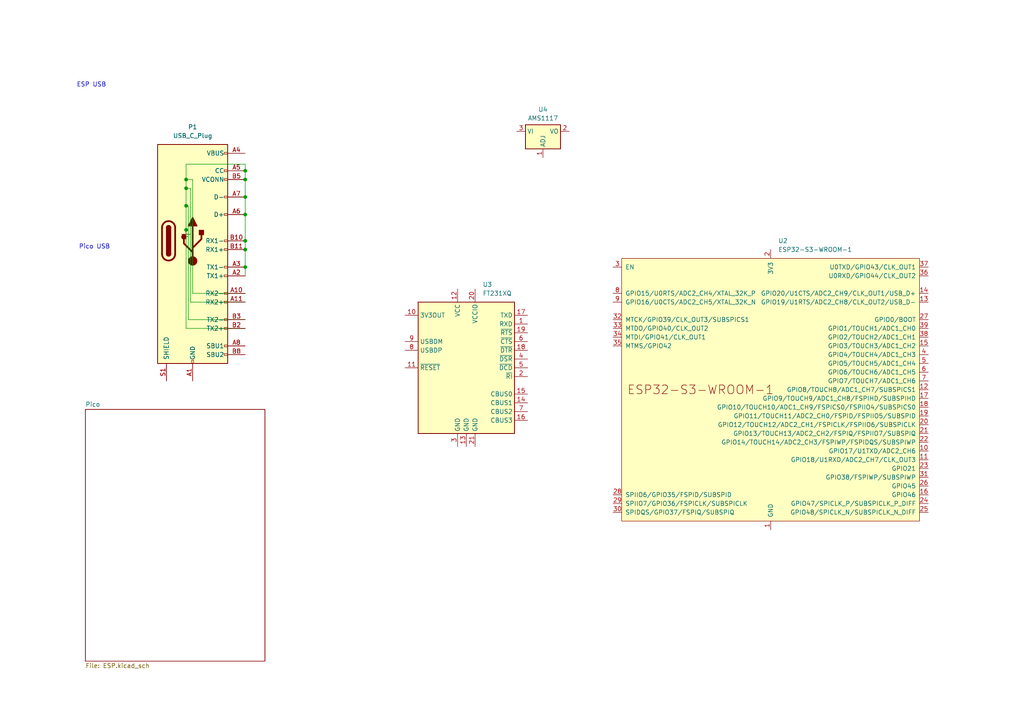
<source format=kicad_sch>
(kicad_sch (version 20230121) (generator eeschema)
  (paper "A4")
  (lib_symbols
    (symbol "Connector:USB_C_Plug" (pin_names (offset 1.016))
      (property "Reference" "P" (at -10.16 29.21 0))
      (property "Value" "USB_C_Plug" (at 10.16 29.21 0))
      (symbol "USB_C_Plug_0_0"
        (rectangle (start -0.254 -35.56) (end 0.254 -34.544))
        (rectangle (start 10.16 -32.766) (end 9.144 -33.274))
        (rectangle (start 10.16 -30.226) (end 9.144 -30.734))
        (rectangle (start 10.16 -25.146) (end 9.144 -25.654))
        (rectangle (start 10.16 -22.606) (end 9.144 -23.114))
        (rectangle (start 10.16 -17.526) (end 9.144 -18.034))
        (rectangle (start 10.16 -14.986) (end 9.144 -15.494))
        (rectangle (start 10.16 -9.906) (end 9.144 -10.414))
        (rectangle (start 10.16 -7.366) (end 9.144 -7.874))
        (rectangle (start 10.16 -2.286) (end 9.144 -2.794))
        (rectangle (start 10.16 0.254) (end 9.144 -0.254))
        (rectangle (start 10.16 7.874) (end 9.144 7.366))
        (rectangle (start 10.16 12.954) (end 9.144 12.446))
        (rectangle (start 10.16 18.034) (end 9.144 17.526))
        (rectangle (start 10.16 20.574) (end 9.144 20.066))
        (rectangle (start 10.16 25.654) (end 9.144 25.146))
      )
      (symbol "USB_C_Plug_0_1"
        (rectangle (start -10.16 27.94) (end 10.16 -35.56) (stroke (width 0.254)) (fill (type background)))
        (arc (start -8.89 -3.81) (mid -6.985 -5.7067) (end -5.08 -3.81) (stroke (width 0.508)))
        (arc (start -7.62 -3.81) (mid -6.985 -4.4423) (end -6.35 -3.81) (stroke (width 0.254)))
        (arc (start -7.62 -3.81) (mid -6.985 -4.4423) (end -6.35 -3.81) (stroke (width 0.254)) (fill (type outline)))
        (rectangle (start -7.62 -3.81) (end -6.35 3.81) (stroke (width 0.254)) (fill (type outline)))
        (arc (start -6.35 3.81) (mid -6.985 4.4423) (end -7.62 3.81) (stroke (width 0.254)))
        (arc (start -6.35 3.81) (mid -6.985 4.4423) (end -7.62 3.81) (stroke (width 0.254)) (fill (type outline)))
        (arc (start -5.08 3.81) (mid -6.985 5.7067) (end -8.89 3.81) (stroke (width 0.508)))
        (polyline (pts (xy -8.89 -3.81) (xy -8.89 3.81)) (stroke (width 0.508)))
        (polyline (pts (xy -5.08 3.81) (xy -5.08 -3.81)) (stroke (width 0.508)))
      )
      (symbol "USB_C_Plug_1_1"
        (circle (center -2.54 1.143) (radius 0.635) (stroke (width 0.254)) (fill (type outline)))
        (circle (center 0 -5.842) (radius 1.27) (fill (type outline)))
        (polyline (pts (xy 0 -5.842) (xy 0 4.318)) (stroke (width 0.508)))
        (polyline (pts (xy 0 -3.302) (xy -2.54 -0.762) (xy -2.54 0.508)) (stroke (width 0.508)))
        (polyline (pts (xy 0 -2.032) (xy 2.54 0.508) (xy 2.54 1.778)) (stroke (width 0.508)))
        (polyline (pts (xy -1.27 4.318) (xy 0 6.858) (xy 1.27 4.318) (xy -1.27 4.318)) (stroke (width 0.254)) (fill (type outline)))
        (rectangle (start 1.905 1.778) (end 3.175 3.048) (stroke (width 0.254)) (fill (type outline)))
        (pin passive line (at 0 -40.64 90) (length 5.08) (name "GND") (number "A1"))
        (pin bidirectional line (at 15.24 -15.24 180) (length 5.08) (name "RX2-") (number "A10"))
        (pin bidirectional line (at 15.24 -17.78 180) (length 5.08) (name "RX2+") (number "A11"))
        (pin passive line (at 0 -40.64 90) (length 5.08) hide (name "GND") (number "A12"))
        (pin bidirectional line (at 15.24 -10.16 180) (length 5.08) (name "TX1+") (number "A2"))
        (pin bidirectional line (at 15.24 -7.62 180) (length 5.08) (name "TX1-") (number "A3"))
        (pin passive line (at 15.24 25.4 180) (length 5.08) (name "VBUS") (number "A4"))
        (pin bidirectional line (at 15.24 20.32 180) (length 5.08) (name "CC") (number "A5"))
        (pin bidirectional line (at 15.24 7.62 180) (length 5.08) (name "D+") (number "A6"))
        (pin bidirectional line (at 15.24 12.7 180) (length 5.08) (name "D-") (number "A7"))
        (pin bidirectional line (at 15.24 -30.48 180) (length 5.08) (name "SBU1") (number "A8"))
        (pin passive line (at 15.24 25.4 180) (length 5.08) hide (name "VBUS") (number "A9"))
        (pin passive line (at 0 -40.64 90) (length 5.08) hide (name "GND") (number "B1"))
        (pin bidirectional line (at 15.24 0 180) (length 5.08) (name "RX1-") (number "B10"))
        (pin bidirectional line (at 15.24 -2.54 180) (length 5.08) (name "RX1+") (number "B11"))
        (pin passive line (at 0 -40.64 90) (length 5.08) hide (name "GND") (number "B12"))
        (pin bidirectional line (at 15.24 -25.4 180) (length 5.08) (name "TX2+") (number "B2"))
        (pin bidirectional line (at 15.24 -22.86 180) (length 5.08) (name "TX2-") (number "B3"))
        (pin passive line (at 15.24 25.4 180) (length 5.08) hide (name "VBUS") (number "B4"))
        (pin bidirectional line (at 15.24 17.78 180) (length 5.08) (name "VCONN") (number "B5"))
        (pin bidirectional line (at 15.24 -33.02 180) (length 5.08) (name "SBU2") (number "B8"))
        (pin passive line (at 15.24 25.4 180) (length 5.08) hide (name "VBUS") (number "B9"))
        (pin passive line (at -7.62 -40.64 90) (length 5.08) (name "SHIELD") (number "S1"))
      )
    )
    (symbol "Interface_USB:FT231XQ"
      (property "Reference" "U" (at -13.97 20.32 0))
      (property "Value" "FT231XQ" (at 6.35 20.32 0))
      (symbol "FT231XQ_0_1"
        (rectangle (start -13.97 19.05) (end 13.97 -19.05) (stroke (width 0.254)) (fill (type background)))
      )
      (symbol "FT231XQ_1_1"
        (pin input line (at 17.78 12.7 180) (length 3.81) (name "RXD") (number "1"))
        (pin power_out line (at -17.78 15.24 0) (length 3.81) (name "3V3OUT") (number "10"))
        (pin input line (at -17.78 0 0) (length 3.81) (name "~{RESET}") (number "11"))
        (pin power_in line (at -2.54 22.86 270) (length 3.81) (name "VCC") (number "12"))
        (pin power_in line (at 0 -22.86 90) (length 3.81) (name "GND") (number "13"))
        (pin bidirectional line (at 17.78 -10.16 180) (length 3.81) (name "CBUS1") (number "14"))
        (pin bidirectional line (at 17.78 -7.62 180) (length 3.81) (name "CBUS0") (number "15"))
        (pin bidirectional line (at 17.78 -15.24 180) (length 3.81) (name "CBUS3") (number "16"))
        (pin output line (at 17.78 15.24 180) (length 3.81) (name "TXD") (number "17"))
        (pin output line (at 17.78 5.08 180) (length 3.81) (name "~{DTR}") (number "18"))
        (pin output line (at 17.78 10.16 180) (length 3.81) (name "~{RTS}") (number "19"))
        (pin input line (at 17.78 -2.54 180) (length 3.81) (name "~{RI}") (number "2"))
        (pin power_in line (at 2.54 22.86 270) (length 3.81) (name "VCCIO") (number "20"))
        (pin power_in line (at 2.54 -22.86 90) (length 3.81) (name "GND") (number "21"))
        (pin power_in line (at -2.54 -22.86 90) (length 3.81) (name "GND") (number "3"))
        (pin input line (at 17.78 2.54 180) (length 3.81) (name "~{DSR}") (number "4"))
        (pin input line (at 17.78 0 180) (length 3.81) (name "~{DCD}") (number "5"))
        (pin input line (at 17.78 7.62 180) (length 3.81) (name "~{CTS}") (number "6"))
        (pin bidirectional line (at 17.78 -12.7 180) (length 3.81) (name "CBUS2") (number "7"))
        (pin bidirectional line (at -17.78 5.08 0) (length 3.81) (name "USBDP") (number "8"))
        (pin bidirectional line (at -17.78 7.62 0) (length 3.81) (name "USBDM") (number "9"))
      )
    )
    (symbol "PCM_Espressif:ESP32-S3-WROOM-1" (pin_names (offset 1.016))
      (property "Reference" "U" (at -43.18 43.18 0))
      (property "Value" "ESP32-S3-WROOM-1" (at -43.18 40.64 0))
      (symbol "ESP32-S3-WROOM-1_0_0"
        (text "ESP32-S3-WROOM-1" (at -20.32 0 0) (effects (font (size 2.54 2.54))))
        (pin power_in line (at 0 -40.64 90) (length 2.54) (name "GND") (number "1"))
        (pin bidirectional line (at 45.72 -17.78 180) (length 2.54) (name "GPIO17/U1TXD/ADC2_CH6") (number "10"))
        (pin bidirectional line (at 45.72 -20.32 180) (length 2.54) (name "GPIO18/U1RXD/ADC2_CH7/CLK_OUT3") (number "11"))
        (pin bidirectional line (at 45.72 0 180) (length 2.54) (name "GPIO8/TOUCH8/ADC1_CH7/SUBSPICS1") (number "12"))
        (pin bidirectional line (at 45.72 25.4 180) (length 2.54) (name "GPIO19/U1RTS/ADC2_CH8/CLK_OUT2/USB_D-") (number "13"))
        (pin bidirectional line (at 45.72 27.94 180) (length 2.54) (name "GPIO20/U1CTS/ADC2_CH9/CLK_OUT1/USB_D+") (number "14"))
        (pin bidirectional line (at 45.72 12.7 180) (length 2.54) (name "GPIO3/TOUCH3/ADC1_CH2") (number "15"))
        (pin bidirectional line (at 45.72 -30.48 180) (length 2.54) (name "GPIO46") (number "16"))
        (pin bidirectional line (at 45.72 -2.54 180) (length 2.54) (name "GPIO9/TOUCH9/ADC1_CH8/FSPIHD/SUBSPIHD") (number "17"))
        (pin bidirectional line (at 45.72 -5.08 180) (length 2.54) (name "GPIO10/TOUCH10/ADC1_CH9/FSPICS0/FSPIIO4/SUBSPICS0") (number "18"))
        (pin bidirectional line (at 45.72 -7.62 180) (length 2.54) (name "GPIO11/TOUCH11/ADC2_CH0/FSPID/FSPIIO5/SUBSPID") (number "19"))
        (pin power_in line (at 0 40.64 270) (length 2.54) (name "3V3") (number "2"))
        (pin bidirectional line (at 45.72 -10.16 180) (length 2.54) (name "GPIO12/TOUCH12/ADC2_CH1/FSPICLK/FSPIIO6/SUBSPICLK") (number "20"))
        (pin bidirectional line (at 45.72 -12.7 180) (length 2.54) (name "GPIO13/TOUCH13/ADC2_CH2/FSPIQ/FSPIIO7/SUBSPIQ") (number "21"))
        (pin bidirectional line (at 45.72 -15.24 180) (length 2.54) (name "GPIO14/TOUCH14/ADC2_CH3/FSPIWP/FSPIDQS/SUBSPIWP") (number "22"))
        (pin bidirectional line (at 45.72 -22.86 180) (length 2.54) (name "GPIO21") (number "23"))
        (pin bidirectional line (at 45.72 -33.02 180) (length 2.54) (name "GPIO47/SPICLK_P/SUBSPICLK_P_DIFF") (number "24"))
        (pin bidirectional line (at 45.72 -35.56 180) (length 2.54) (name "GPIO48/SPICLK_N/SUBSPICLK_N_DIFF") (number "25"))
        (pin bidirectional line (at 45.72 -27.94 180) (length 2.54) (name "GPIO45") (number "26"))
        (pin bidirectional line (at 45.72 20.32 180) (length 2.54) (name "GPIO0/BOOT") (number "27"))
        (pin bidirectional line (at -45.72 -30.48 0) (length 2.54) (name "SPIIO6/GPIO35/FSPID/SUBSPID") (number "28"))
        (pin bidirectional line (at -45.72 -33.02 0) (length 2.54) (name "SPIIO7/GPIO36/FSPICLK/SUBSPICLK") (number "29"))
        (pin input line (at -45.72 35.56 0) (length 2.54) (name "EN") (number "3"))
        (pin bidirectional line (at -45.72 -35.56 0) (length 2.54) (name "SPIDQS/GPIO37/FSPIQ/SUBSPIQ") (number "30"))
        (pin bidirectional line (at 45.72 -25.4 180) (length 2.54) (name "GPIO38/FSPIWP/SUBSPIWP") (number "31"))
        (pin bidirectional line (at -45.72 20.32 0) (length 2.54) (name "MTCK/GPIO39/CLK_OUT3/SUBSPICS1") (number "32"))
        (pin bidirectional line (at -45.72 17.78 0) (length 2.54) (name "MTDO/GPIO40/CLK_OUT2") (number "33"))
        (pin bidirectional line (at -45.72 15.24 0) (length 2.54) (name "MTDI/GPIO41/CLK_OUT1") (number "34"))
        (pin bidirectional line (at -45.72 12.7 0) (length 2.54) (name "MTMS/GPIO42") (number "35"))
        (pin bidirectional line (at 45.72 33.02 180) (length 2.54) (name "U0RXD/GPIO44/CLK_OUT2") (number "36"))
        (pin bidirectional line (at 45.72 35.56 180) (length 2.54) (name "U0TXD/GPIO43/CLK_OUT1") (number "37"))
        (pin bidirectional line (at 45.72 15.24 180) (length 2.54) (name "GPIO2/TOUCH2/ADC1_CH1") (number "38"))
        (pin bidirectional line (at 45.72 17.78 180) (length 2.54) (name "GPIO1/TOUCH1/ADC1_CH0") (number "39"))
        (pin bidirectional line (at 45.72 10.16 180) (length 2.54) (name "GPIO4/TOUCH4/ADC1_CH3") (number "4"))
        (pin passive line (at 0 -40.64 90) (length 2.54) hide (name "GND") (number "40"))
        (pin passive line (at 0 -40.64 90) (length 2.54) hide (name "GND") (number "41"))
        (pin bidirectional line (at 45.72 7.62 180) (length 2.54) (name "GPIO5/TOUCH5/ADC1_CH4") (number "5"))
        (pin bidirectional line (at 45.72 5.08 180) (length 2.54) (name "GPIO6/TOUCH6/ADC1_CH5") (number "6"))
        (pin bidirectional line (at 45.72 2.54 180) (length 2.54) (name "GPIO7/TOUCH7/ADC1_CH6") (number "7"))
        (pin bidirectional line (at -45.72 27.94 0) (length 2.54) (name "GPIO15/U0RTS/ADC2_CH4/XTAL_32K_P") (number "8"))
        (pin bidirectional line (at -45.72 25.4 0) (length 2.54) (name "GPIO16/U0CTS/ADC2_CH5/XTAL_32K_N") (number "9"))
      )
      (symbol "ESP32-S3-WROOM-1_0_1"
        (rectangle (start -43.18 38.1) (end 43.18 -38.1) (fill (type background)))
      )
    )
    (symbol "Regulator_Linear:AMS1117"
      (property "Reference" "U" (at -3.81 3.175 0))
      (property "Value" "AMS1117" (at 0 3.175 0))
      (symbol "AMS1117_0_1"
        (rectangle (start -5.08 -5.08) (end 5.08 1.905) (stroke (width 0.254)) (fill (type background)))
      )
      (symbol "AMS1117_1_1"
        (pin input line (at 0 -7.62 90) (length 2.54) (name "ADJ") (number "1"))
        (pin power_out line (at 7.62 0 180) (length 2.54) (name "VO") (number "2"))
        (pin power_in line (at -7.62 0 0) (length 2.54) (name "VI") (number "3"))
      )
    )
    (symbol "power:Earth" (power) (pin_names (offset 0))
      (symbol "Earth_0_1"
        (polyline (pts (xy -0.635 -1.905) (xy 0.635 -1.905)))
        (polyline (pts (xy -0.127 -2.54) (xy 0.127 -2.54)))
        (polyline (pts (xy 0 -1.27) (xy 0 0)))
        (polyline (pts (xy 1.27 -1.27) (xy -1.27 -1.27)))
      )
      (symbol "Earth_1_1"
        (pin power_in line (at 0 0 270) (length 0) hide (name "Earth") (number "1"))
      )
    )
  )
  (junction (at 71.12 69.85))
  (junction (at 71.12 62.23))
  (junction (at 71.12 52.07))
  (junction (at 71.12 72.39))
  (junction (at 71.12 77.47))
  (junction (at 53.975 54.61))
  (junction (at 71.12 49.53))
  (junction (at 53.975 52.07))
  (junction (at 71.12 57.15))
  (junction (at 53.975 59.69))
  (junction (at 53.975 66.675))
  (wire (pts (xy 53.975 47.625) (xy 53.975 52.07)))
  (wire (pts (xy 71.12 47.625) (xy 53.975 47.625)))
  (wire (pts (xy 71.12 52.07) (xy 71.12 49.53)))
  (wire (pts (xy 53.975 59.69) (xy 53.975 66.675)))
  (wire (pts (xy 71.12 95.25) (xy 53.975 95.25)))
  (wire (pts (xy 54.61 92.71) (xy 54.61 59.69)))
  (wire (pts (xy 53.975 52.07) (xy 53.975 54.61)))
  (wire (pts (xy 55.88 85.09) (xy 55.88 52.07)))
  (wire (pts (xy 53.975 95.25) (xy 53.975 66.675)))
  (wire (pts (xy 71.12 62.23) (xy 71.12 57.15)))
  (wire (pts (xy 54.61 59.69) (xy 53.975 59.69)))
  (wire (pts (xy 71.12 49.53) (xy 71.12 47.625)))
  (wire (pts (xy 53.975 54.61) (xy 53.975 59.69)))
  (wire (pts (xy 71.12 87.63) (xy 55.245 87.63)))
  (wire (pts (xy 71.12 85.09) (xy 55.88 85.09)))
  (wire (pts (xy 55.245 87.63) (xy 55.245 54.61)))
  (wire (pts (xy 55.245 54.61) (xy 53.975 54.61)))
  (wire (pts (xy 55.88 52.07) (xy 53.975 52.07)))
  (wire (pts (xy 71.12 77.47) (xy 71.12 72.39)))
  (wire (pts (xy 71.12 69.85) (xy 71.12 62.23)))
  (wire (pts (xy 71.12 92.71) (xy 54.61 92.71)))
  (wire (pts (xy 71.12 57.15) (xy 71.12 52.07)))
  (wire (pts (xy 71.12 72.39) (xy 71.12 69.85)))
  (wire (pts (xy 71.12 80.01) (xy 71.12 77.47)))
  (text "ESP USB" (at 22.225 25.4 0) (effects (font (size 1.27 1.27)) (justify left bottom)))
  (text "Pico USB" (at 22.86 72.39 0) (effects (font (size 1.27 1.27)) (justify left bottom)))
  (symbol (lib_id "PCM_Espressif:ESP32-S3-WROOM-1") (at 223.52 113.03 0) (unit 1)
    (property "Reference" "U2" (at 225.7141 69.85 0) (effects (justify left)))
    (property "Value" "ESP32-S3-WROOM-1" (at 225.7141 72.39 0) (effects (justify left)))
    (property "Footprint" "PCM_Espressif:ESP32-S3-WROOM-1" (effects hide))
    (property "Datasheet" "https://www.espressif.com/sites/default/files/documentation/esp32-s3-wroom-1_wroom-1u_datasheet_en.pdf" (effects hide))
  )
  (symbol (lib_id "Connector:USB_C_Plug") (at 55.88 69.85 0) (unit 1)
    (property "Reference" "P1" (at 55.88 36.83 0))
    (property "Value" "USB_C_Plug" (at 55.88 39.37 0))
    (property "Datasheet" "https://www.usb.org/sites/default/files/documents/usb_type-c.zip" (effects hide))
  )
  (symbol (lib_id "power:Earth") (at 53.975 66.675 0) (unit 1)
    (property "Reference" "#PWR09" (effects hide))
    (property "Value" "Earth" (effects hide))
  )
  (symbol (lib_id "Regulator_Linear:AMS1117") (at 157.48 38.1 0) (unit 1)
    (property "Reference" "U4" (at 157.48 31.75 0))
    (property "Value" "AMS1117" (at 157.48 34.29 0))
    (property "Footprint" "Package_TO_SOT_SMD:SOT-223-3_TabPin2" (effects hide))
    (property "Datasheet" "http://www.advanced-monolithic.com/pdf/ds1117.pdf" (effects hide))
  )
  (symbol (lib_id "Interface_USB:FT231XQ") (at 135.255 106.68 0) (unit 1)
    (property "Reference" "U3" (at 139.9891 82.55 0) (effects (justify left)))
    (property "Value" "FT231XQ" (at 139.9891 85.09 0) (effects (justify left)))
    (property "Footprint" "Package_DFN_QFN:QFN-20-1EP_4x4mm_P0.5mm_EP2.5x2.5mm" (effects hide))
    (property "Datasheet" "https://www.ftdichip.com/Support/Documents/DataSheets/ICs/DS_FT231X.pdf" (effects hide))
  )
  (sheet (at 24.765 118.745) (size 52.07 73.025) (stroke (width 0.1524))
    (property "Sheetname" "Pico" (at 24.765 118.0334 0) (effects (justify left bottom)))
    (property "Sheetfile" "ESP.kicad_sch" (at 24.765 192.3546 0) (effects (justify left top)))
  )
)
</source>
